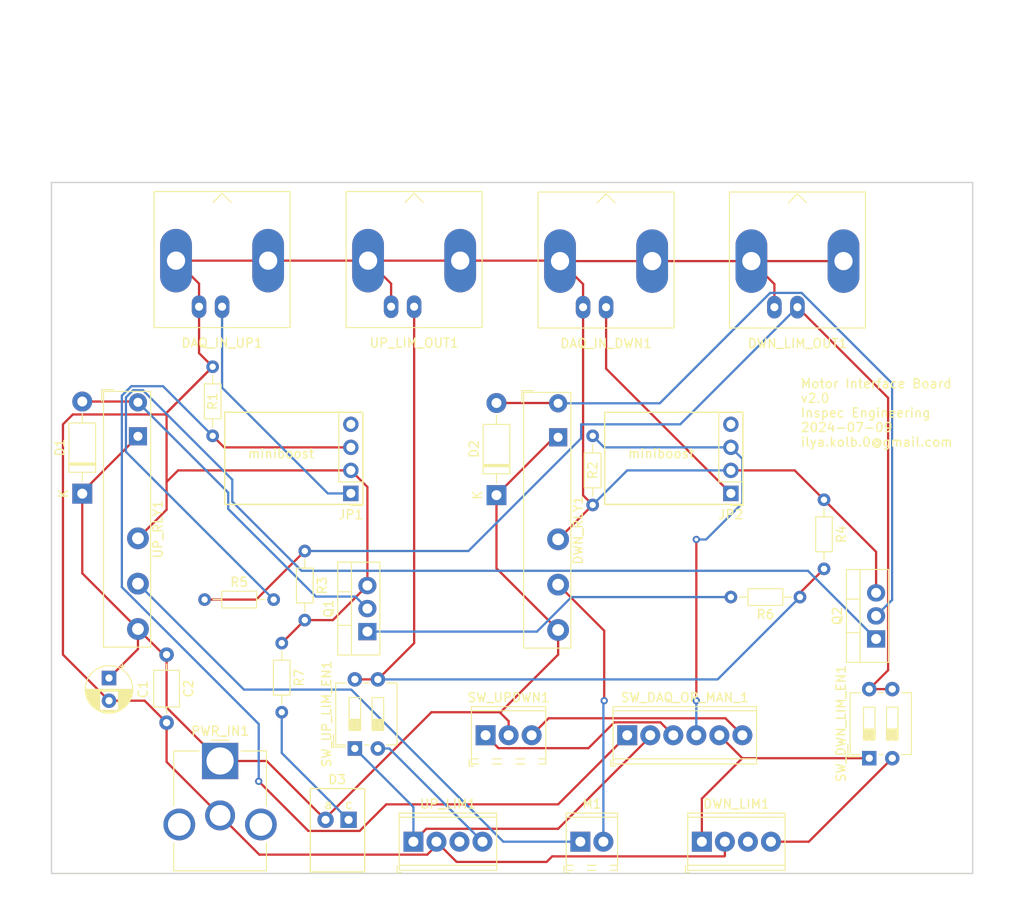
<source format=kicad_pcb>
(kicad_pcb (version 20221018) (generator pcbnew)
  (layers (0 "F.Cu" signal) (31 "B.Cu" signal) (34 "B.Paste" user) (35 "F.Paste" user) (36 "B.SilkS" user "B.Silkscreen") (37 "F.SilkS" user "F.Silkscreen") (38 "B.Mask" user) (39 "F.Mask" user) (44 "Edge.Cuts" user))
  (net 0 "")
  (net 1 "VCC")
  (net 2 "Net-(D1-A)")
  (net 3 "Net-(D2-A)")
  (net 4 "Net-(DWN_LIM_OUT1-In)")
  (net 5 "Net-(JP1-VO)")
  (net 7 "Net-(UP_LIM_OUT1-In)")
  (net 8 "Net-(M1-+)")
  (net 9 "GND")
  (net 10 "Net-(M1--)")
  (net 11 "Net-(Q1-G)")
  (net 12 "Net-(Q2-G)")
  (net 13 "Net-(SW_DAQ_OR_MAN_1A-B)")
  (net 14 "Net-(DWN_LIM1-+V)")
  (net 16 "Net-(DWN_LIM1-OUT1)")
  (net 18 "Net-(UP_LIM1-OUT1)")
  (net 20 "Net-(JP2-VO)")
  (net 22 "Net-(SW_DAQ_OR_MAN_1A-C)")
  (net 23 "Net-(SW_DAQ_OR_MAN_1B-C)")
  (net 24 "Net-(DAQ_IN_DWN1-In)")
  (net 25 "Net-(DAQ_IN_UP1-In)")
  (net 26 "Net-(D3-K)")
  (footprint "Resistor_THT:R_Axial_DIN0204_L3.6mm_D1.6mm_P7.62mm_Horizontal" (layer "F.Cu") (at 85.2 34.99 -90)
    (fp_text reference "R4" (at 3.81 -1.92 90) (layer "F.SilkS"))
    (fp_text value "10k")
    (pad "1" thru_hole circle (at 0 0 270) (size 1.4 1.4) (drill 0.7) (layers "*.Cu" "*.Mask") (net 9 "GND"))
    (pad "2" thru_hole oval (at 7.62 0 270) (size 1.4 1.4) (drill 0.7) (layers "*.Cu" "*.Mask") (net 7 "Net-(UP_LIM_OUT1-In)"))
  )
  (footprint "Package_TO_SOT_THT:TO-220-3_Vertical" (layer "F.Cu") (at 34.845 49.53 90)
    (fp_text reference "Q1" (at 2.54 -4.27 90) (layer "F.SilkS"))
    (fp_text value "IRLB8721PBF")
    (pad "1" thru_hole rect (at 0 0 90) (size 1.905 2) (drill 1.1) (layers "*.Cu" "*.Mask") (net 11 "Net-(Q1-G)"))
    (pad "2" thru_hole oval (at 2.54 0 90) (size 1.905 2) (drill 1.1) (layers "*.Cu" "*.Mask") (net 2 "Net-(D1-A)"))
    (pad "3" thru_hole oval (at 5.08 0 90) (size 1.905 2) (drill 1.1) (layers "*.Cu" "*.Mask") (net 9 "GND"))
  )
  (footprint "TerminalBlock_Phoenix:TerminalBlock_Phoenix_MPT-0,5-4-2.54_1x04_P2.54mm_Horizontal" (layer "F.Cu") (at 71.73 72.7)
    (fp_text reference "DWN_LIM1" (at 3.81 -4.16) (layer "F.SilkS"))
    (fp_text value "PM-25")
    (pad "1" thru_hole rect locked (at 0 0) (size 2.2 2.2) (drill 1.1) (layers "*.Cu" "*.Mask") (net 14 "Net-(DWN_LIM1-+V)"))
    (pad "2" thru_hole circle locked (at 2.54 0) (size 2.2 2.2) (drill 1.1) (layers "*.Cu" "*.Mask") (net 9 "GND"))
    (pad "3" thru_hole circle locked (at 5.08 0) (size 2.2 2.2) (drill 1.1) (layers "*.Cu" "*.Mask"))
    (pad "4" thru_hole circle locked (at 7.62 0) (size 2.2 2.2) (drill 1.1) (layers "*.Cu" "*.Mask") (net 16 "Net-(DWN_LIM1-OUT1)"))
  )
  (footprint "Diode_THT:D_DO-41_SOD81_P10.16mm_Horizontal" (layer "F.Cu") (at 49.08 34.48 90)
    (fp_text reference "D2" (at 5.08 -2.47 90) (layer "F.SilkS"))
    (fp_text value "1N4001")
    (fp_text user "K" (at 0 -2.1 90) (layer "F.SilkS"))
    (pad "1" thru_hole rect (at 0 0 90) (size 2.2 2.2) (drill 1.1) (layers "*.Cu" "*.Mask") (net 1 "VCC"))
    (pad "2" thru_hole oval (at 10.16 0 90) (size 2.2 2.2) (drill 1.1) (layers "*.Cu" "*.Mask") (net 3 "Net-(D2-A)"))
  )
  (footprint "Connector_PinHeader_2.54mm:PinHeader_1x04_P2.54mm_Vertical" (layer "F.Cu") (at 33.02 34.29 180)
    (fp_text reference "JP1" (at 0 -2.33) (layer "F.SilkS"))
    (fp_text value "HEADER-1X4ROUND")
    (pad "1" thru_hole rect (at 0 0 180) (size 1.7 1.7) (drill 1) (layers "*.Cu" "*.Mask") (net 25 "Net-(DAQ_IN_UP1-In)"))
    (pad "2" thru_hole oval (at 0 2.54 180) (size 1.7 1.7) (drill 1) (layers "*.Cu" "*.Mask") (net 9 "GND"))
    (pad "3" thru_hole oval (at 0 5.08 180) (size 1.7 1.7) (drill 1) (layers "*.Cu" "*.Mask") (net 5 "Net-(JP1-VO)"))
    (pad "4" thru_hole oval (at 0 7.62 180) (size 1.7 1.7) (drill 1) (layers "*.Cu" "*.Mask"))
  )
  (footprint "MountingHole:MountingHole_3.2mm_M3" (layer "F.Cu") (at 3.81 3.81)
    (fp_text reference "REF**" hide)
    (fp_text value "MountingHole_3.2mm_M3")
    (pad "" np_thru_hole circle locked (at 0 0) (size 3.2 3.2) (drill 3.2) (layers "F&B.Cu" "*.Mask"))
  )
  (footprint "Diode_THT:D_DO-41_SOD81_P10.16mm_Horizontal" (layer "F.Cu") (at 3.4 34.3175 90)
    (fp_text reference "D1" (at 5.08 -2.47 90) (layer "F.SilkS"))
    (fp_text value "1N4001")
    (fp_text user "K" (at 0 -2.1 90) (layer "F.SilkS"))
    (pad "1" thru_hole rect (at 0 0 90) (size 2.2 2.2) (drill 1.1) (layers "*.Cu" "*.Mask") (net 1 "VCC"))
    (pad "2" thru_hole oval (at 10.16 0 90) (size 2.2 2.2) (drill 1.1) (layers "*.Cu" "*.Mask") (net 2 "Net-(D1-A)"))
  )
  (footprint "Connector_BarrelJack:BarrelJack_CUI_PJ-063AH_Horizontal_CircularHoles" (layer "F.Cu") (at 18.6 63.8)
    (fp_text reference "PWR_IN1" (at 0 -3.3) (layer "F.SilkS"))
    (fp_text value "Barrel_Jack_MountingPin")
    (pad "" np_thru_hole circle locked (at 0 9) (size 1.6 1.6) (drill 1.6) (layers "*.Cu" "*.Mask"))
    (pad "1" thru_hole rect locked (at 0 0) (size 4 4) (drill 3) (layers "*.Cu" "*.Mask") (net 1 "VCC"))
    (pad "2" thru_hole circle locked (at 0 6) (size 3.3 3.3) (drill 2.3) (layers "*.Cu" "*.Mask") (net 9 "GND"))
    (pad "MP" thru_hole circle locked (at -4.5 7) (size 3.5 3.5) (drill 2.5) (layers "*.Cu" "*.Mask"))
    (pad "MP" thru_hole circle locked (at 4.5 7) (size 3.5 3.5) (drill 2.5) (layers "*.Cu" "*.Mask"))
  )
  (footprint "TerminalBlock_Phoenix:TerminalBlock_Phoenix_MPT-0,5-4-2.54_1x04_P2.54mm_Horizontal" (layer "F.Cu") (at 39.92 72.7)
    (fp_text reference "UP_LIM1" (at 3.81 -4.16) (layer "F.SilkS"))
    (fp_text value "PM-25")
    (pad "1" thru_hole rect locked (at 0 0) (size 2.2 2.2) (drill 1.1) (layers "*.Cu" "*.Mask") (net 13 "Net-(SW_DAQ_OR_MAN_1A-B)"))
    (pad "2" thru_hole circle locked (at 2.54 0) (size 2.2 2.2) (drill 1.1) (layers "*.Cu" "*.Mask") (net 9 "GND"))
    (pad "3" thru_hole circle locked (at 5.08 0) (size 2.2 2.2) (drill 1.1) (layers "*.Cu" "*.Mask"))
    (pad "4" thru_hole circle locked (at 7.62 0) (size 2.2 2.2) (drill 1.1) (layers "*.Cu" "*.Mask") (net 18 "Net-(UP_LIM1-OUT1)"))
  )
  (footprint "Relay_THT:Relay_SPDT_Finder_34.51_Vertical" (layer "F.Cu") (at 55.88 28.1 -90)
    (fp_text reference "DWN_RLY1" (at 10.25 -2.2 90) (layer "F.SilkS"))
    (fp_text value "FINDER-34.51")
    (pad "11" thru_hole circle (at 16.25 0 270) (size 2.4 2.4) (drill 1.3) (layers "*.Cu" "*.Mask") (net 10 "Net-(M1--)"))
    (pad "12" thru_hole circle (at 11.25 0 270) (size 2.4 2.4) (drill 1.3) (layers "*.Cu" "*.Mask") (net 9 "GND"))
    (pad "14" thru_hole circle (at 21.25 0 270) (size 2.4 2.4) (drill 1.3) (layers "*.Cu" "*.Mask") (net 1 "VCC"))
    (pad "A1" thru_hole rect (at 0 0 270) (size 2 2) (drill 1) (layers "*.Cu" "*.Mask") (net 1 "VCC"))
    (pad "A2" thru_hole circle (at -3.75 0 270) (size 2 2) (drill 1) (layers "*.Cu" "*.Mask") (net 3 "Net-(D2-A)"))
  )
  (footprint "Button_Switch_THT:SW_DIP_SPSTx02_Slide_6.7x6.64mm_W7.62mm_P2.54mm_LowProfile" (layer "F.Cu") (at 33.46 62.42 90)
    (fp_text reference "SW_UP_LIM_EN1" (at 3.81 -3.11 90) (layer "F.SilkS"))
    (fp_text value "SW_DIP_x02")
    (pad "1" thru_hole rect (at 0 0 90) (size 1.6 1.6) (drill 0.8) (layers "*.Cu" "*.Mask") (net 13 "Net-(SW_DAQ_OR_MAN_1A-B)"))
    (pad "2" thru_hole oval (at 0 2.54 90) (size 1.6 1.6) (drill 0.8) (layers "*.Cu" "*.Mask") (net 18 "Net-(UP_LIM1-OUT1)"))
    (pad "3" thru_hole oval (at 7.62 2.54 90) (size 1.6 1.6) (drill 0.8) (layers "*.Cu" "*.Mask") (net 7 "Net-(UP_LIM_OUT1-In)"))
    (pad "4" thru_hole oval (at 7.62 0 90) (size 1.6 1.6) (drill 0.8) (layers "*.Cu" "*.Mask") (net 7 "Net-(UP_LIM_OUT1-In)"))
  )
  (footprint "Resistor_THT:R_Axial_DIN0204_L3.6mm_D1.6mm_P7.62mm_Horizontal" (layer "F.Cu") (at 25.4 50.8 -90)
    (fp_text reference "R7" (at 3.81 -1.92 90) (layer "F.SilkS"))
    (fp_text value "330")
    (pad "1" thru_hole circle (at 0 0 270) (size 1.4 1.4) (drill 0.7) (layers "*.Cu" "*.Mask") (net 9 "GND"))
    (pad "2" thru_hole oval (at 7.62 0 270) (size 1.4 1.4) (drill 0.7) (layers "*.Cu" "*.Mask") (net 26 "Net-(D3-K)"))
  )
  (footprint "Connector_Coaxial:BNC_Amphenol_B6252HB-NPP3G-50_Horizontal" (layer "F.Cu") (at 40 13.7)
    (fp_text reference "UP_LIM_OUT1" (at 0 4) (layer "F.SilkS"))
    (fp_text value "Conn_Coaxial")
    (pad "1" thru_hole oval locked (at 0 0) (size 1.6 2.5) (drill 0.89) (layers "*.Cu" "*.Mask") (net 7 "Net-(UP_LIM_OUT1-In)"))
    (pad "2" thru_hole oval locked (at -5.08 -5.08) (size 3.5 7) (drill 2.01) (layers "*.Cu" "*.Mask") (net 9 "GND"))
    (pad "2" thru_hole oval locked (at -2.54 0) (size 1.6 2.5) (drill 0.89) (layers "*.Cu" "*.Mask") (net 9 "GND"))
    (pad "2" thru_hole oval locked (at 5.08 -5.08) (size 3.5 7) (drill 2.01) (layers "*.Cu" "*.Mask") (net 9 "GND"))
  )
  (footprint "Capacitor_THT:CP_Radial_D5.0mm_P2.50mm" (layer "F.Cu") (at 6.35 54.65 -90)
    (fp_text reference "C1" (at 1.25 -3.75 90) (layer "F.SilkS"))
    (fp_text value "10uF")
    (pad "1" thru_hole rect (at 0 0 270) (size 1.6 1.6) (drill 0.8) (layers "*.Cu" "*.Mask") (net 1 "VCC"))
    (pad "2" thru_hole circle (at 2.5 0 270) (size 1.6 1.6) (drill 0.8) (layers "*.Cu" "*.Mask") (net 9 "GND"))
  )
  (footprint "Connector_Coaxial:BNC_Amphenol_B6252HB-NPP3G-50_Horizontal" (layer "F.Cu") (at 82.27 13.75)
    (fp_text reference "DWN_LIM_OUT1" (at 0 4) (layer "F.SilkS"))
    (fp_text value "Conn_Coaxial")
    (pad "1" thru_hole oval locked (at 0 0) (size 1.6 2.5) (drill 0.89) (layers "*.Cu" "*.Mask") (net 4 "Net-(DWN_LIM_OUT1-In)"))
    (pad "2" thru_hole oval locked (at -5.08 -5.08) (size 3.5 7) (drill 2.01) (layers "*.Cu" "*.Mask") (net 9 "GND"))
    (pad "2" thru_hole oval locked (at -2.54 0) (size 1.6 2.5) (drill 0.89) (layers "*.Cu" "*.Mask") (net 9 "GND"))
    (pad "2" thru_hole oval locked (at 5.08 -5.08) (size 3.5 7) (drill 2.01) (layers "*.Cu" "*.Mask") (net 9 "GND"))
  )
  (footprint "MountingHole:MountingHole_3.2mm_M3" (layer "F.Cu") (at 97.79 72.39)
    (fp_text reference "REF**" hide)
    (fp_text value "MountingHole_3.2mm_M3")
    (pad "" np_thru_hole circle locked (at 0 0) (size 3.2 3.2) (drill 3.2) (layers "F&B.Cu" "*.Mask"))
  )
  (footprint "Connector_PinHeader_2.54mm:PinHeader_1x04_P2.54mm_Vertical" (layer "F.Cu") (at 74.93 34.29 180)
    (fp_text reference "JP2" (at 0 -2.33) (layer "F.SilkS"))
    (fp_text value "HEADER-1X4ROUND")
    (pad "1" thru_hole rect (at 0 0 180) (size 1.7 1.7) (drill 1) (layers "*.Cu" "*.Mask") (net 24 "Net-(DAQ_IN_DWN1-In)"))
    (pad "2" thru_hole oval (at 0 2.54 180) (size 1.7 1.7) (drill 1) (layers "*.Cu" "*.Mask") (net 9 "GND"))
    (pad "3" thru_hole oval (at 0 5.08 180) (size 1.7 1.7) (drill 1) (layers "*.Cu" "*.Mask") (net 20 "Net-(JP2-VO)"))
    (pad "4" thru_hole oval (at 0 7.62 180) (size 1.7 1.7) (drill 1) (layers "*.Cu" "*.Mask"))
  )
  (footprint "Resistor_THT:R_Axial_DIN0204_L3.6mm_D1.6mm_P7.62mm_Horizontal" (layer "F.Cu") (at 16.89 46)
    (fp_text reference "R5" (at 3.81 -1.92) (layer "F.SilkS"))
    (fp_text value "330")
    (pad "1" thru_hole circle (at 0 0) (size 1.4 1.4) (drill 0.7) (layers "*.Cu" "*.Mask") (net 4 "Net-(DWN_LIM_OUT1-In)"))
    (pad "2" thru_hole oval (at 7.62 0) (size 1.4 1.4) (drill 0.7) (layers "*.Cu" "*.Mask") (net 12 "Net-(Q2-G)"))
  )
  (footprint "Resistor_THT:R_Axial_DIN0204_L3.6mm_D1.6mm_P7.62mm_Horizontal" (layer "F.Cu") (at 59.69 35.56 90)
    (fp_text reference "R2" (at 3.81 0 90) (layer "F.SilkS"))
    (fp_text value "10k")
    (pad "1" thru_hole circle (at 0 0 90) (size 1.4 1.4) (drill 0.7) (layers "*.Cu" "*.Mask") (net 9 "GND"))
    (pad "2" thru_hole oval (at 7.62 0 90) (size 1.4 1.4) (drill 0.7) (layers "*.Cu" "*.Mask") (net 20 "Net-(JP2-VO)"))
  )
  (footprint "TerminalBlock_Phoenix:TerminalBlock_Phoenix_MPT-0,5-3-2.54_1x03_P2.54mm_Horizontal" (layer "F.Cu") (at 47.88 60.96)
    (fp_text reference "SW_UPDWN1" (at 2.54 -4.16) (layer "F.SilkS"))
    (fp_text value "SW_Push_SPDT")
    (pad "" np_thru_hole circle (at 0 2.54) (size 1.1 1.1) (drill 1.1) (layers "*.Cu" "*.Mask"))
    (pad "" np_thru_hole circle (at 2.54 2.54) (size 1.1 1.1) (drill 1.1) (layers "*.Cu" "*.Mask"))
    (pad "" np_thru_hole circle (at 5.08 2.54) (size 1.1 1.1) (drill 1.1) (layers "*.Cu" "*.Mask"))
    (pad "1" thru_hole rect (at 0 0) (size 2.2 2.2) (drill 1.1) (layers "*.Cu" "*.Mask") (net 22 "Net-(SW_DAQ_OR_MAN_1A-C)"))
    (pad "2" thru_hole circle (at 2.54 0) (size 2.2 2.2) (drill 1.1) (layers "*.Cu" "*.Mask") (net 1 "VCC"))
    (pad "3" thru_hole circle (at 5.08 0) (size 2.2 2.2) (drill 1.1) (layers "*.Cu" "*.Mask") (net 23 "Net-(SW_DAQ_OR_MAN_1B-C)"))
  )
  (footprint "Package_TO_SOT_THT:TO-220-3_Vertical" (layer "F.Cu") (at 90.945 50.34 90)
    (fp_text reference "Q2" (at 2.54 -4.27 90) (layer "F.SilkS"))
    (fp_text value "IRLB8721PBF")
    (pad "1" thru_hole rect (at 0 0 90) (size 1.905 2) (drill 1.1) (layers "*.Cu" "*.Mask") (net 12 "Net-(Q2-G)"))
    (pad "2" thru_hole oval (at 2.54 0 90) (size 1.905 2) (drill 1.1) (layers "*.Cu" "*.Mask") (net 3 "Net-(D2-A)"))
    (pad "3" thru_hole oval (at 5.08 0 90) (size 1.905 2) (drill 1.1) (layers "*.Cu" "*.Mask") (net 9 "GND"))
  )
  (footprint "MountingHole:MountingHole_3.2mm_M3" (layer "F.Cu") (at 3.81 72.39)
    (fp_text reference "REF**" hide)
    (fp_text value "MountingHole_3.2mm_M3")
    (pad "" np_thru_hole circle locked (at 0 0) (size 3.2 3.2) (drill 3.2) (layers "F&B.Cu" "*.Mask"))
  )
  (footprint "MountingHole:MountingHole_3.2mm_M3" (layer "F.Cu") (at 97.79 3.81)
    (fp_text reference "REF**" hide)
    (fp_text value "MountingHole_3.2mm_M3")
    (pad "" np_thru_hole circle locked (at 0 0) (size 3.2 3.2) (drill 3.2) (layers "F&B.Cu" "*.Mask"))
  )
  (footprint "TerminalBlock_Phoenix:TerminalBlock_Phoenix_MPT-0,5-6-2.54_1x06_P2.54mm_Horizontal" (layer "F.Cu") (at 63.5 60.96)
    (fp_text reference "SW_DAQ_OR_MAN_1" (at 6.35 -4.16) (layer "F.SilkS"))
    (fp_text value "SW_DAQ_OR_MAN")
    (pad "1" thru_hole rect (at 0 0) (size 2.2 2.2) (drill 1.1) (layers "*.Cu" "*.Mask") (net 5 "Net-(JP1-VO)"))
    (pad "2" thru_hole circle (at 2.54 0) (size 2.2 2.2) (drill 1.1) (layers "*.Cu" "*.Mask") (net 13 "Net-(SW_DAQ_OR_MAN_1A-B)"))
    (pad "3" thru_hole circle (at 5.08 0) (size 2.2 2.2) (drill 1.1) (layers "*.Cu" "*.Mask") (net 22 "Net-(SW_DAQ_OR_MAN_1A-C)"))
    (pad "4" thru_hole circle (at 7.62 0) (size 2.2 2.2) (drill 1.1) (layers "*.Cu" "*.Mask") (net 20 "Net-(JP2-VO)"))
    (pad "5" thru_hole circle (at 10.16 0) (size 2.2 2.2) (drill 1.1) (layers "*.Cu" "*.Mask") (net 14 "Net-(DWN_LIM1-+V)"))
    (pad "6" thru_hole circle (at 12.7 0) (size 2.2 2.2) (drill 1.1) (layers "*.Cu" "*.Mask") (net 23 "Net-(SW_DAQ_OR_MAN_1B-C)"))
  )
  (footprint "TerminalBlock_Phoenix:TerminalBlock_Phoenix_MPT-0,5-2-2.54_1x02_P2.54mm_Horizontal" (layer "F.Cu") (at 58.33 72.7)
    (fp_text reference "M1" (at 1.27 -4.16) (layer "F.SilkS"))
    (fp_text value "Motor_DC_ALT")
    (pad "" np_thru_hole circle locked (at 0 2.54) (size 1.1 1.1) (drill 1.1) (layers "*.Cu" "*.Mask"))
    (pad "" np_thru_hole circle locked (at 2.54 2.54) (size 1.1 1.1) (drill 1.1) (layers "*.Cu" "*.Mask"))
    (pad "1" thru_hole rect locked (at 0 0) (size 2.2 2.2) (drill 1.1) (layers "*.Cu" "*.Mask") (net 8 "Net-(M1-+)"))
    (pad "2" thru_hole circle locked (at 2.54 0) (size 2.2 2.2) (drill 1.1) (layers "*.Cu" "*.Mask") (net 10 "Net-(M1--)"))
  )
  (footprint "Resistor_THT:R_Axial_DIN0204_L3.6mm_D1.6mm_P7.62mm_Horizontal" (layer "F.Cu") (at 17.78 20.32 -90)
    (fp_text reference "R1" (at 3.81 0 90) (layer "F.SilkS"))
    (fp_text value "10k")
    (pad "1" thru_hole circle (at 0 0 270) (size 1.4 1.4) (drill 0.7) (layers "*.Cu" "*.Mask") (net 9 "GND"))
    (pad "2" thru_hole oval (at 7.62 0 270) (size 1.4 1.4) (drill 0.7) (layers "*.Cu" "*.Mask") (net 5 "Net-(JP1-VO)"))
  )
  (footprint "Resistor_THT:R_Axial_DIN0204_L3.6mm_D1.6mm_P7.62mm_Horizontal" (layer "F.Cu") (at 27.94 40.64 -90)
    (fp_text reference "R3" (at 3.81 -1.92 90) (layer "F.SilkS"))
    (fp_text value "10k")
    (pad "1" thru_hole circle (at 0 0 270) (size 1.4 1.4) (drill 0.7) (layers "*.Cu" "*.Mask") (net 4 "Net-(DWN_LIM_OUT1-In)"))
    (pad "2" thru_hole oval (at 7.62 0 270) (size 1.4 1.4) (drill 0.7) (layers "*.Cu" "*.Mask") (net 9 "GND"))
  )
  (footprint "Relay_THT:Relay_SPDT_Finder_34.51_Vertical" (layer "F.Cu") (at 9.5425 27.9925 -90)
    (fp_text reference "UP_RLY1" (at 10.25 -2.2 90) (layer "F.SilkS"))
    (fp_text value "FINDER-34.51")
    (pad "11" thru_hole circle (at 16.25 0 270) (size 2.4 2.4) (drill 1.3) (layers "*.Cu" "*.Mask") (net 8 "Net-(M1-+)"))
    (pad "12" thru_hole circle (at 11.25 0 270) (size 2.4 2.4) (drill 1.3) (layers "*.Cu" "*.Mask") (net 9 "GND"))
    (pad "14" thru_hole circle (at 21.25 0 270) (size 2.4 2.4) (drill 1.3) (layers "*.Cu" "*.Mask") (net 1 "VCC"))
    (pad "A1" thru_hole rect (at 0 0 270) (size 2 2) (drill 1) (layers "*.Cu" "*.Mask") (net 1 "VCC"))
    (pad "A2" thru_hole circle (at -3.75 0 270) (size 2 2) (drill 1) (layers "*.Cu" "*.Mask") (net 2 "Net-(D1-A)"))
  )
  (footprint "ik_lib:LED_W6mm_L9.2mm_Pitch2.54mm" (layer "F.Cu") (at 30.23 70.287)
    (fp_text reference "D3" (at 1.27 -4.445) (layer "F.SilkS"))
    (fp_text value "LED")
    (fp_text user "a" (at -0.254 -2.286 unlocked) (layer "F.SilkS") (effects (justify left top)))
    (fp_text user "c" (at 2.032 -2.286 unlocked) (layer "F.SilkS") (effects (justify left top)))
    (pad "1" thru_hole rect locked (at 2.54 0) (size 1.8 1.8) (drill 0.9) (layers "*.Cu" "*.Mask") (net 26 "Net-(D3-K)"))
    (pad "2" thru_hole circle locked (at 0 0) (size 1.8 1.8) (drill 0.9) (layers "*.Cu" "*.Mask") (net 1 "VCC"))
  )
  (footprint "Resistor_THT:R_Axial_DIN0204_L3.6mm_D1.6mm_P7.62mm_Horizontal" (layer "F.Cu") (at 82.55 45.72 180)
    (fp_text reference "R6" (at 3.81 -1.92) (layer "F.SilkS"))
    (fp_text value "330")
    (pad "1" thru_hole circle (at 0 0 180) (size 1.4 1.4) (drill 0.7) (layers "*.Cu" "*.Mask") (net 7 "Net-(UP_LIM_OUT1-In)"))
    (pad "2" thru_hole oval (at 7.62 0 180) (size 1.4 1.4) (drill 0.7) (layers "*.Cu" "*.Mask") (net 11 "Net-(Q1-G)"))
  )
  (footprint "Connector_Coaxial:BNC_Amphenol_B6252HB-NPP3G-50_Horizontal" (layer "F.Cu") (at 18.82 13.7)
    (fp_text reference "DAQ_IN_UP1" (at 0 4) (layer "F.SilkS"))
    (fp_text value "Conn_Coaxial")
    (pad "1" thru_hole oval locked (at 0 0) (size 1.6 2.5) (drill 0.89) (layers "*.Cu" "*.Mask") (net 25 "Net-(DAQ_IN_UP1-In)"))
    (pad "2" thru_hole oval locked (at -5.08 -5.08) (size 3.5 7) (drill 2.01) (layers "*.Cu" "*.Mask") (net 9 "GND"))
    (pad "2" thru_hole oval locked (at -2.54 0) (size 1.6 2.5) (drill 0.89) (layers "*.Cu" "*.Mask") (net 9 "GND"))
    (pad "2" thru_hole oval locked (at 5.08 -5.08) (size 3.5 7) (drill 2.01) (layers "*.Cu" "*.Mask") (net 9 "GND"))
  )
  (footprint "Capacitor_THT:C_Axial_L3.8mm_D2.6mm_P7.50mm_Horizontal" (layer "F.Cu") (at 12.7 52.07 -90)
    (fp_text reference "C2" (at 3.75 -2.42 90) (layer "F.SilkS"))
    (fp_text value "0.1uF")
    (pad "1" thru_hole circle (at 0 0 270) (size 1.6 1.6) (drill 0.8) (layers "*.Cu" "*.Mask") (net 1 "VCC"))
    (pad "2" thru_hole oval (at 7.5 0 270) (size 1.6 1.6) (drill 0.8) (layers "*.Cu" "*.Mask") (net 9 "GND"))
  )
  (footprint "Connector_Coaxial:BNC_Amphenol_B6252HB-NPP3G-50_Horizontal" (layer "F.Cu") (at 61.17 13.75)
    (fp_text reference "DAQ_IN_DWN1" (at 0 4) (layer "F.SilkS"))
    (fp_text value "Conn_Coaxial")
    (pad "1" thru_hole oval locked (at 0 0) (size 1.6 2.5) (drill 0.89) (layers "*.Cu" "*.Mask") (net 24 "Net-(DAQ_IN_DWN1-In)"))
    (pad "2" thru_hole oval locked (at -5.08 -5.08) (size 3.5 7) (drill 2.01) (layers "*.Cu" "*.Mask") (net 9 "GND"))
    (pad "2" thru_hole oval locked (at -2.54 0) (size 1.6 2.5) (drill 0.89) (layers "*.Cu" "*.Mask") (net 9 "GND"))
    (pad "2" thru_hole oval locked (at 5.08 -5.08) (size 3.5 7) (drill 2.01) (layers "*.Cu" "*.Mask") (net 9 "GND"))
  )
  (footprint "Button_Switch_THT:SW_DIP_SPSTx02_Slide_6.7x6.64mm_W7.62mm_P2.54mm_LowProfile" (layer "F.Cu") (at 90.19 63.49 90)
    (fp_text reference "SW_DWN_LIM_EN1" (at 3.81 -3.11 90) (layer "F.SilkS"))
    (fp_text value "SW_DIP_x02")
    (pad "1" thru_hole rect (at 0 0 90) (size 1.6 1.6) (drill 0.8) (layers "*.Cu" "*.Mask") (net 14 "Net-(DWN_LIM1-+V)"))
    (pad "2" thru_hole oval (at 0 2.54 90) (size 1.6 1.6) (drill 0.8) (layers "*.Cu" "*.Mask") (net 16 "Net-(DWN_LIM1-OUT1)"))
    (pad "3" thru_hole oval (at 7.62 2.54 90) (size 1.6 1.6) (drill 0.8) (layers "*.Cu" "*.Mask") (net 4 "Net-(DWN_LIM_OUT1-In)"))
    (pad "4" thru_hole oval (at 7.62 0 90) (size 1.6 1.6) (drill 0.8) (layers "*.Cu" "*.Mask") (net 4 "Net-(DWN_LIM_OUT1-In)"))
  )
  (gr_rect (start 61.02 25.34) (end 76.26 35.5) (stroke (width 0.15)) (fill none) (layer "F.SilkS"))
  (gr_rect (start 19.11 25.34) (end 34.35 35.5) (stroke (width 0.15)) (fill none) (layer "F.SilkS"))
  (gr_rect (start 0 0) (end 101.6 76.2) (stroke (width 0.15)) (fill none) (layer "Edge.Cuts"))
  (gr_text "miniboost" (at 63.5 30.48) (layer "F.SilkS") (effects (font (size 1 1)) (justify left bottom)))
  (gr_text "Motor Interface Board\nv2.0\nInspec Engineering\n2024-07-09\nilya.kolb.0@gmail.com" (at 82.55 29.21) (layer "F.SilkS") (effects (font (size 1 1)) (justify left bottom)))
  (gr_text "miniboost" (at 21.59 30.48) (layer "F.SilkS") (effects (font (size 1 1)) (justify left bottom)))
  (segment (start 55.88 52.07) (end 49.482817 58.467183) (width 0.25) (layer "F.Cu") (net 1))
  (segment (start 30.23 70.287) (end 30.23 70.1) (width 0.25) (layer "F.Cu") (net 1))
  (segment (start 41.91 58.42) (end 49.435634 58.42) (width 0.25) (layer "F.Cu") (net 1))
  (segment (start 30.23 70.1) (end 41.91 58.42) (width 0.25) (layer "F.Cu") (net 1))
  (segment (start 9.5425 49.2425) (end 12.37 52.07) (width 0.25) (layer "F.Cu") (net 1))
  (segment (start 3.4 34.3175) (end 3.4 43.1) (width 0.25) (layer "F.Cu") (net 1))
  (segment (start 55.46 28.1) (end 55.88 28.1) (width 0.25) (layer "F.Cu") (net 1))
  (segment (start 12.37 52.07) (end 12.7 52.07) (width 0.25) (layer "F.Cu") (net 1))
  (segment (start 12.7 57.9) (end 18.6 63.8) (width 0.25) (layer "F.Cu") (net 1))
  (segment (start 49.08 34.48) (end 55.46 28.1) (width 0.25) (layer "F.Cu") (net 1))
  (segment (start 12.7 52.07) (end 12.7 57.9) (width 0.25) (layer "F.Cu") (net 1))
  (segment (start 49.435634 58.42) (end 49.482817 58.467183) (width 0.25) (layer "F.Cu") (net 1))
  (segment (start 23.743 63.8) (end 30.23 70.287) (width 0.25) (layer "F.Cu") (net 1))
  (segment (start 49.08 42.55) (end 49.08 34.48) (width 0.25) (layer "F.Cu") (net 1))
  (segment (start 18.6 63.8) (end 23.743 63.8) (width 0.25) (layer "F.Cu") (net 1))
  (segment (start 3.4 34.135) (end 9.5425 27.9925) (width 0.25) (layer "F.Cu") (net 1))
  (segment (start 9.5425 51.4575) (end 6.35 54.65) (width 0.25) (layer "F.Cu") (net 1))
  (segment (start 9.5425 49.2425) (end 9.5425 51.4575) (width 0.25) (layer "F.Cu") (net 1))
  (segment (start 55.88 49.35) (end 55.88 52.07) (width 0.25) (layer "F.Cu") (net 1))
  (segment (start 50.42 59.404366) (end 50.42 60.96) (width 0.25) (layer "F.Cu") (net 1))
  (segment (start 49.482817 58.467183) (end 50.42 59.404366) (width 0.25) (layer "F.Cu") (net 1))
  (segment (start 3.4 43.1) (end 9.5425 49.2425) (width 0.25) (layer "F.Cu") (net 1))
  (segment (start 3.4 34.3175) (end 3.4 34.135) (width 0.25) (layer "F.Cu") (net 1))
  (segment (start 55.88 49.35) (end 49.08 42.55) (width 0.25) (layer "F.Cu") (net 1))
  (segment (start 3.4 24.1575) (end 9.4575 24.1575) (width 0.25) (layer "F.Cu") (net 2))
  (segment (start 9.4575 24.1575) (end 9.5425 24.2425) (width 0.25) (layer "F.Cu") (net 2))
  (segment (start 29.155 45.665) (end 33.52 45.665) (width 0.25) (layer "B.Cu") (net 2))
  (segment (start 19.495 36.005) (end 29.155 45.665) (width 0.25) (layer "B.Cu") (net 2))
  (segment (start 33.52 45.665) (end 34.845 46.99) (width 0.25) (layer "B.Cu") (net 2))
  (segment (start 19.495 34.195) (end 19.495 36.005) (width 0.25) (layer "B.Cu") (net 2))
  (segment (start 9.5425 24.2425) (end 19.495 34.195) (width 0.25) (layer "B.Cu") (net 2))
  (segment (start 49.08 24.32) (end 55.85 24.32) (width 0.25) (layer "F.Cu") (net 3))
  (segment (start 55.85 24.32) (end 55.88 24.35) (width 0.25) (layer "F.Cu") (net 3))
  (segment (start 67.08901 24.35) (end 79.26401 12.175) (width 0.25) (layer "B.Cu") (net 3))
  (segment (start 55.88 24.35) (end 67.08901 24.35) (width 0.25) (layer "B.Cu") (net 3))
  (segment (start 82.73599 12.175) (end 92.71 22.14901) (width 0.25) (layer "B.Cu") (net 3))
  (segment (start 92.71 22.14901) (end 92.71 46.035) (width 0.25) (layer "B.Cu") (net 3))
  (segment (start 79.26401 12.175) (end 82.73599 12.175) (width 0.25) (layer "B.Cu") (net 3))
  (segment (start 92.71 46.035) (end 90.945 47.8) (width 0.25) (layer "B.Cu") (net 3))
  (segment (start 22.58 46) (end 27.94 40.64) (width 0.25) (layer "F.Cu") (net 4))
  (segment (start 92.73 55.87) (end 90.19 55.87) (width 0.25) (layer "F.Cu") (net 4))
  (segment (start 16.89 46) (end 22.58 46) (width 0.25) (layer "F.Cu") (net 4))
  (segment (start 92.27 23.75) (end 92.27 53.79) (width 0.25) (layer "F.Cu") (net 4))
  (segment (start 82.27 13.75) (end 92.27 23.75) (width 0.25) (layer "F.Cu") (net 4))
  (segment (start 92.27 53.79) (end 90.19 55.87) (width 0.25) (layer "F.Cu") (net 4))
  (segment (start 58.42 26.67) (end 69.35 26.67) (width 0.25) (layer "B.Cu") (net 4))
  (segment (start 58.42 28.21) (end 58.42 26.67) (width 0.25) (layer "B.Cu") (net 4))
  (segment (start 69.35 26.67) (end 82.27 13.75) (width 0.25) (layer "B.Cu") (net 4))
  (segment (start 45.99 40.64) (end 58.42 28.21) (width 0.25) (layer "B.Cu") (net 4))
  (segment (start 27.94 40.64) (end 45.99 40.64) (width 0.25) (layer "B.Cu") (net 4))
  (segment (start 55.88 68.58) (end 36.927 68.58) (width 0.25) (layer "F.Cu") (net 5))
  (segment (start 33.02 29.21) (end 19.05 29.21) (width 0.25) (layer "F.Cu") (net 5))
  (segment (start 19.05 29.21) (end 17.78 27.94) (width 0.25) (layer "F.Cu") (net 5))
  (segment (start 33.995 71.512) (end 28.332 71.512) (width 0.25) (layer "F.Cu") (net 5))
  (segment (start 36.927 68.58) (end 33.995 71.512) (width 0.25) (layer "F.Cu") (net 5))
  (segment (start 28.332 71.512) (end 22.86 66.04) (width 0.25) (layer "F.Cu") (net 5))
  (segment (start 63.5 60.96) (end 55.88 68.58) (width 0.25) (layer "F.Cu") (net 5))
  (via (at 22.86 66.04) (size 0.8) (drill 0.4) (layers "F.Cu" "B.Cu") (net 5))
  (segment (start 22.86 66.04) (end 22.86 59.716676) (width 0.25) (layer "B.Cu") (net 5))
  (segment (start 12.3075 22.4675) (end 17.78 27.94) (width 0.25) (layer "B.Cu") (net 5))
  (segment (start 8.807271 22.4675) (end 12.3075 22.4675) (width 0.25) (layer "B.Cu") (net 5))
  (segment (start 22.86 59.716676) (end 7.7675 44.624176) (width 0.25) (layer "B.Cu") (net 5))
  (segment (start 7.7675 44.624176) (end 7.7675 23.507271) (width 0.25) (layer "B.Cu") (net 5))
  (segment (start 7.7675 23.507271) (end 8.807271 22.4675) (width 0.25) (layer "B.Cu") (net 5))
  (segment (start 40 13.7) (end 40 50.8) (width 0.25) (layer "F.Cu") (net 7))
  (segment (start 85.2 42.61) (end 82.55 45.26) (width 0.25) (layer "F.Cu") (net 7))
  (segment (start 36 54.8) (end 33.46 54.8) (width 0.25) (layer "F.Cu") (net 7))
  (segment (start 40 50.8) (end 36 54.8) (width 0.25) (layer "F.Cu") (net 7))
  (segment (start 82.55 45.26) (end 82.55 45.72) (width 0.25) (layer "F.Cu") (net 7))
  (segment (start 82.55 45.72) (end 73.47 54.8) (width 0.25) (layer "B.Cu") (net 7))
  (segment (start 73.47 54.8) (end 36 54.8) (width 0.25) (layer "B.Cu") (net 7))
  (segment (start 21.225 55.925) (end 9.5425 44.2425) (width 0.25) (layer "B.Cu") (net 8))
  (segment (start 33.065 55.925) (end 21.225 55.925) (width 0.25) (layer "B.Cu") (net 8))
  (segment (start 49.84 72.7) (end 33.065 55.925) (width 0.25) (layer "B.Cu") (net 8))
  (segment (start 58.33 72.7) (end 49.84 72.7) (width 0.25) (layer "B.Cu") (net 8))
  (segment (start 56.09 8.67) (end 66.25 8.67) (width 0.25) (layer "F.Cu") (net 9))
  (segment (start 58.63 13.75) (end 58.63 11.21) (width 0.25) (layer "F.Cu") (net 9))
  (segment (start 74.210634 74.315) (end 74.27 74.255634) (width 0.25) (layer "F.Cu") (net 9))
  (segment (start 12.7 36.085) (end 9.5425 39.2425) (width 0.25) (layer "F.Cu") (net 9))
  (segment (start 55.225 74.315) (end 74.210634 74.315) (width 0.25) (layer "F.Cu") (net 9))
  (segment (start 44.69 74.93) (end 54.61 74.93) (width 0.25) (layer "F.Cu") (net 9))
  (segment (start 17.78 20.32) (end 12.7 25.4) (width 0.25) (layer "F.Cu") (net 9))
  (segment (start 59.69 35.56) (end 55.9 39.35) (width 0.25) (layer "F.Cu") (net 9))
  (segment (start 22.925 74.125) (end 41.445 74.125) (width 0.25) (layer "F.Cu") (net 9))
  (segment (start 41.445 74.125) (end 42.46 73.11) (width 0.25) (layer "F.Cu") (net 9))
  (segment (start 37.46 11.16) (end 34.92 8.62) (width 0.25) (layer "F.Cu") (net 9))
  (segment (start 33.02 31.75) (end 13.97 31.75) (width 0.25) (layer "F.Cu") (net 9))
  (segment (start 18.6 69.8) (end 12.7 63.9) (width 0.25) (layer "F.Cu") (net 9))
  (segment (start 10.28 57.15) (end 12.7 59.57) (width 0.25) (layer "F.Cu") (net 9))
  (segment (start 34.845 33.575) (end 33.02 31.75) (width 0.25) (layer "F.Cu") (net 9))
  (segment (start 25.4 50.8) (end 27.94 48.26) (width 0.25) (layer "F.Cu") (net 9))
  (segment (start 79.73 13.75) (end 79.73 11.21) (width 0.25) (layer "F.Cu") (net 9))
  (segment (start 74.93 31.75) (end 81.96 31.75) (width 0.25) (layer "F.Cu") (net 9))
  (segment (start 45.08 8.62) (end 56.04 8.62) (width 0.25) (layer "F.Cu") (net 9))
  (segment (start 58.63 11.21) (end 56.09 8.67) (width 0.25) (layer "F.Cu") (net 9))
  (segment (start 54.61 74.93) (end 55.225 74.315) (width 0.25) (layer "F.Cu") (net 9))
  (segment (start 42.46 73.11) (end 42.46 72.7) (width 0.25) (layer "F.Cu") (net 9))
  (segment (start 1.27 26.67) (end 1.27 52.07) (width 0.25) (layer "F.Cu") (net 9))
  (segment (start 12.7 33.02) (end 12.7 36.085) (width 0.25) (layer "F.Cu") (net 9))
  (segment (start 12.7 25.4) (end 12.7 33.02) (width 0.25) (layer "F.Cu") (net 9))
  (segment (start 2.3575 25.5825) (end 1.27 26.67) (width 0.25) (layer "F.Cu") (net 9))
  (segment (start 18.6 69.8) (end 22.925 74.125) (width 0.25) (layer "F.Cu") (net 9))
  (segment (start 1.27 52.07) (end 6.35 57.15) (width 0.25) (layer "F.Cu") (net 9))
  (segment (start 16.28 18.82) (end 17.78 20.32) (width 0.25) (layer "F.Cu") (net 9))
  (segment (start 81.96 31.75) (end 85.2 34.99) (width 0.25) (layer "F.Cu") (net 9))
  (segment (start 12.7 63.9) (end 12.7 59.57) (width 0.25) (layer "F.Cu") (net 9))
  (segment (start 37.46 13.7) (end 37.46 11.16) (width 0.25) (layer "F.Cu") (net 9))
  (segment (start 77.19 8.67) (end 87.35 8.67) (width 0.25) (layer "F.Cu") (net 9))
  (segment (start 23.9 8.62) (end 34.92 8.62) (width 0.25) (layer "F.Cu") (net 9))
  (segment (start 58.63 34.5) (end 59.69 35.56) (width 0.25) (layer "F.Cu") (net 9))
  (segment (start 12.5175 25.5825) (end 2.3575 25.5825) (width 0.25) (layer "F.Cu") (net 9))
  (segment (start 31.035 48.26) (end 34.845 44.45) (width 0.25) (layer "F.Cu") (net 9))
  (segment (start 79.73 11.21) (end 77.19 8.67) (width 0.25) (layer "F.Cu") (net 9))
  (segment (start 6.35 57.15) (end 10.28 57.15) (width 0.25) (layer "F.Cu") (net 9))
  (segment (start 74.27 74.255634) (end 74.27 72.7) (width 0.25) (layer "F.Cu") (net 9))
  (segment (start 56.04 8.62) (end 56.09 8.67) (width 0.25) (layer "F.Cu") (net 9))
  (segment (start 16.28 13.7) (end 16.28 11.16) (width 0.25) (layer "F.Cu") (net 9))
  (segment (start 66.25 8.67) (end 77.19 8.67) (width 0.25) (layer "F.Cu") (net 9))
  (segment (start 55.9 39.35) (end 55.88 39.35) (width 0.25) (layer "F.Cu") (net 9))
  (segment (start 17.78 20.32) (end 12.5175 25.5825) (width 0.25) (layer "F.Cu") (net 9))
  (segment (start 34.845 44.45) (end 34.845 33.575) (width 0.25) (layer "F.Cu") (net 9))
  (segment (start 90.945 40.735) (end 90.945 45.26) (width 0.25) (layer "F.Cu") (net 9))
  (segment (start 34.92 8.62) (end 45.08 8.62) (width 0.25) (layer "F.Cu") (net 9))
  (segment (start 42.46 72.7) (end 44.69 74.93) (width 0.25) (layer "F.Cu") (net 9))
  (segment (start 58.63 13.75) (end 58.63 34.5) (width 0.25) (layer "F.Cu") (net 9))
  (segment (start 16.28 13.7) (end 16.28 18.82) (width 0.25) (layer "F.Cu") (net 9))
  (segment (start 13.97 31.75) (end 12.7 33.02) (width 0.25) (layer "F.Cu") (net 9))
  (segment (start 16.28 11.16) (end 13.74 8.62) (width 0.25) (layer "F.Cu") (net 9))
  (segment (start 27.94 48.26) (end 31.035 48.26) (width 0.25) (layer "F.Cu") (net 9))
  (segment (start 85.2 34.99) (end 90.945 40.735) (width 0.25) (layer "F.Cu") (net 9))
  (segment (start 13.74 8.62) (end 23.9 8.62) (width 0.25) (layer "F.Cu") (net 9))
  (segment (start 63.5 31.75) (end 59.69 35.56) (width 0.25) (layer "B.Cu") (net 9))
  (segment (start 74.93 31.75) (end 63.5 31.75) (width 0.25) (layer "B.Cu") (net 9))
  (segment (start 55.88 44.35) (end 60.96 49.43) (width 0.25) (layer "F.Cu") (net 10))
  (segment (start 60.96 49.43) (end 60.96 57.15) (width 0.25) (layer "F.Cu") (net 10))
  (via (at 60.96 57.15) (size 0.8) (drill 0.4) (layers "F.Cu" "B.Cu") (net 10))
  (segment (start 60.96 57.15) (end 60.87 57.24) (width 0.25) (layer "B.Cu") (net 10))
  (segment (start 60.87 57.24) (end 60.87 72.7) (width 0.25) (layer "B.Cu") (net 10))
  (segment (start 34.845 49.53) (end 53.543324 49.53) (width 0.25) (layer "B.Cu") (net 11))
  (segment (start 57.353324 45.72) (end 74.93 45.72) (width 0.25) (layer "B.Cu") (net 11))
  (segment (start 53.543324 49.53) (end 57.353324 45.72) (width 0.25) (layer "B.Cu") (net 11))
  (segment (start 10.091333 22.9175) (end 19.945 32.771167) (width 0.25) (layer "B.Cu") (net 12))
  (segment (start 8.2175 23.693667) (end 8.993667 22.9175) (width 0.25) (layer "B.Cu") (net 12))
  (segment (start 24.51 46) (end 8.2175 29.7075) (width 0.25) (layer "B.Cu") (net 12))
  (segment (start 8.2175 29.7075) (end 8.2175 23.693667) (width 0.25) (layer "B.Cu") (net 12))
  (segment (start 8.993667 22.9175) (end 10.091333 22.9175) (width 0.25) (layer "B.Cu") (net 12))
  (segment (start 19.945 35.185) (end 27.585 42.825) (width 0.25) (layer "B.Cu") (net 12))
  (segment (start 19.945 32.771167) (end 19.945 35.185) (width 0.25) (layer "B.Cu") (net 12))
  (segment (start 27.585 42.825) (end 83.43 42.825) (width 0.25) (layer "B.Cu") (net 12))
  (segment (start 83.43 42.825) (end 90.945 50.34) (width 0.25) (layer "B.Cu") (net 12))
  (segment (start 66.04 61.115) (end 66.04 60.96) (width 0.25) (layer "F.Cu") (net 13))
  (segment (start 41.345 71.275) (end 55.88 71.275) (width 0.25) (layer "F.Cu") (net 13))
  (segment (start 39.92 72.7) (end 41.345 71.275) (width 0.25) (layer "F.Cu") (net 13))
  (segment (start 55.88 71.275) (end 66.04 61.115) (width 0.25) (layer "F.Cu") (net 13))
  (segment (start 39.92 68.88) (end 33.46 62.42) (width 0.25) (layer "B.Cu") (net 13))
  (segment (start 39.92 72.7) (end 39.92 68.88) (width 0.25) (layer "B.Cu") (net 13))
  (segment (start 71.73 72.7) (end 71.73 67.95) (width 0.25) (layer "F.Cu") (net 14))
  (segment (start 71.73 67.95) (end 76.19 63.49) (width 0.25) (layer "F.Cu") (net 14))
  (segment (start 73.66 60.96) (end 76.19 63.49) (width 0.25) (layer "F.Cu") (net 14))
  (segment (start 76.19 63.49) (end 90.19 63.49) (width 0.25) (layer "F.Cu") (net 14))
  (segment (start 83.52 72.7) (end 92.73 63.49) (width 0.25) (layer "F.Cu") (net 16))
  (segment (start 79.35 72.7) (end 83.52 72.7) (width 0.25) (layer "F.Cu") (net 16))
  (segment (start 37.26 62.42) (end 47.54 72.7) (width 0.25) (layer "B.Cu") (net 18))
  (segment (start 36 62.42) (end 37.26 62.42) (width 0.25) (layer "B.Cu") (net 18))
  (segment (start 71.12 39.37) (end 71.12 57.15) (width 0.25) (layer "F.Cu") (net 20))
  (via (at 71.12 39.37) (size 0.8) (drill 0.4) (layers "F.Cu" "B.Cu") (net 20))
  (via (at 71.12 57.15) (size 0.8) (drill 0.4) (layers "F.Cu" "B.Cu") (net 20))
  (segment (start 72.2 39.37) (end 76.2 35.37) (width 0.25) (layer "B.Cu") (net 20))
  (segment (start 60.96 29.21) (end 59.69 27.94) (width 0.25) (layer "B.Cu") (net 20))
  (segment (start 71.12 39.37) (end 72.2 39.37) (width 0.25) (layer "B.Cu") (net 20))
  (segment (start 76.2 35.37) (end 76.2 30.48) (width 0.25) (layer "B.Cu") (net 20))
  (segment (start 71.12 57.15) (end 71.12 60.96) (width 0.25) (layer "B.Cu") (net 20))
  (segment (start 74.93 29.21) (end 60.96 29.21) (width 0.25) (layer "B.Cu") (net 20))
  (segment (start 76.2 30.48) (end 74.93 29.21) (width 0.25) (layer "B.Cu") (net 20))
  (segment (start 49.305 62.385) (end 59.225 62.385) (width 0.25) (layer "F.Cu") (net 22))
  (segment (start 47.88 60.96) (end 49.305 62.385) (width 0.25) (layer "F.Cu") (net 22))
  (segment (start 59.225 62.385) (end 62.075 59.535) (width 0.25) (layer "F.Cu") (net 22))
  (segment (start 62.075 59.535) (end 67.155 59.535) (width 0.25) (layer "F.Cu") (net 22))
  (segment (start 67.155 59.535) (end 68.58 60.96) (width 0.25) (layer "F.Cu") (net 22))
  (segment (start 74.325 59.085) (end 76.2 60.96) (width 0.25) (layer "F.Cu") (net 23))
  (segment (start 52.96 60.96) (end 54.835 59.085) (width 0.25) (layer "F.Cu") (net 23))
  (segment (start 54.835 59.085) (end 74.325 59.085) (width 0.25) (layer "F.Cu") (net 23))
  (segment (start 74.93 34.29) (end 61.17 20.53) (width 0.25) (layer "F.Cu") (net 24))
  (segment (start 61.17 20.53) (end 61.17 13.75) (width 0.25) (layer "F.Cu") (net 24))
  (segment (start 18.82 13.7) (end 18.82 22.63) (width 0.25) (layer "B.Cu") (net 25))
  (segment (start 18.82 22.63) (end 30.48 34.29) (width 0.25) (layer "B.Cu") (net 25))
  (segment (start 30.48 34.29) (end 33.02 34.29) (width 0.25) (layer "B.Cu") (net 25))
  (segment (start 25.4 58.42) (end 25.4 62.917) (width 0.25) (layer "B.Cu") (net 26))
  (segment (start 25.4 62.917) (end 32.77 70.287) (width 0.25) (layer "B.Cu") (net 26))
)
</source>
